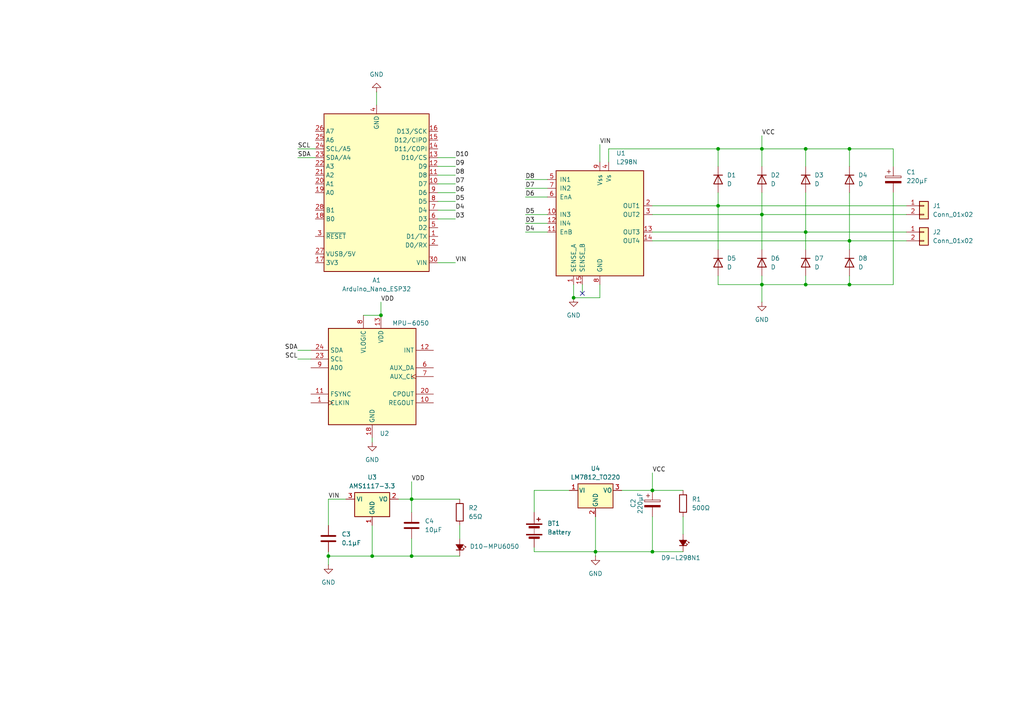
<source format=kicad_sch>
(kicad_sch (version 20231120) (generator "eeschema") (generator_version "8.0")
  (paper "A4")
  (lib_symbols
    (symbol "Connector_Generic:Conn_01x02" (pin_names (offset 1.016) hide)
      (property "Reference" "J" (at 0 2.54 0))
      (property "Value" "Conn_01x02" (at 0 -5.08 0))
      (symbol "Conn_01x02_1_1"
        (rectangle (start -1.27 -2.413) (end 0 -2.667) (stroke (width 0.1524)))
        (rectangle (start -1.27 0.127) (end 0 -0.127) (stroke (width 0.1524)))
        (rectangle (start -1.27 1.27) (end 1.27 -3.81) (stroke (width 0.254)) (fill (type background)))
        (pin passive line (at -5.08 0 0) (length 3.81) (name "Pin_1") (number "1"))
        (pin passive line (at -5.08 -2.54 0) (length 3.81) (name "Pin_2") (number "2"))
      )
    )
    (symbol "Device:Battery" (pin_numbers hide) (pin_names (offset 0) hide)
      (property "Reference" "BT" (at 2.54 2.54 0))
      (property "Value" "Battery" (at 2.54 0 0))
      (symbol "Battery_0_1"
        (rectangle (start -2.286 -1.27) (end 2.286 -1.524) (fill (type outline)))
        (rectangle (start -2.286 1.778) (end 2.286 1.524) (fill (type outline)))
        (rectangle (start -1.524 -2.032) (end 1.524 -2.54) (fill (type outline)))
        (rectangle (start -1.524 1.016) (end 1.524 0.508) (fill (type outline)))
        (polyline (pts (xy 0 -1.016) (xy 0 -0.762)))
        (polyline (pts (xy 0 -0.508) (xy 0 -0.254)))
        (polyline (pts (xy 0 0) (xy 0 0.254)))
        (polyline (pts (xy 0 1.778) (xy 0 2.54)))
        (polyline (pts (xy 0.762 3.048) (xy 1.778 3.048)) (stroke (width 0.254)))
        (polyline (pts (xy 1.27 3.556) (xy 1.27 2.54)) (stroke (width 0.254)))
      )
      (symbol "Battery_1_1"
        (pin passive line (at 0 5.08 270) (length 2.54) (name "+") (number "1"))
        (pin passive line (at 0 -5.08 90) (length 2.54) (name "-") (number "2"))
      )
    )
    (symbol "Device:C" (pin_numbers hide) (pin_names (offset 0.254))
      (property "Reference" "C" (at 0.635 2.54 0))
      (property "Value" "C" (at 0.635 -2.54 0))
      (symbol "C_0_1"
        (polyline (pts (xy -2.032 -0.762) (xy 2.032 -0.762)) (stroke (width 0.508)))
        (polyline (pts (xy -2.032 0.762) (xy 2.032 0.762)) (stroke (width 0.508)))
      )
      (symbol "C_1_1"
        (pin passive line (at 0 3.81 270) (length 2.794) (name "~") (number "1"))
        (pin passive line (at 0 -3.81 90) (length 2.794) (name "~") (number "2"))
      )
    )
    (symbol "Device:C_Polarized" (pin_numbers hide) (pin_names (offset 0.254))
      (property "Reference" "C" (at 0.635 2.54 0))
      (property "Value" "C_Polarized" (at 0.635 -2.54 0))
      (symbol "C_Polarized_0_1"
        (rectangle (start -2.286 0.508) (end 2.286 1.016))
        (polyline (pts (xy -1.778 2.286) (xy -0.762 2.286)))
        (polyline (pts (xy -1.27 2.794) (xy -1.27 1.778)))
        (rectangle (start 2.286 -0.508) (end -2.286 -1.016) (fill (type outline)))
      )
      (symbol "C_Polarized_1_1"
        (pin passive line (at 0 3.81 270) (length 2.794) (name "~") (number "1"))
        (pin passive line (at 0 -3.81 90) (length 2.794) (name "~") (number "2"))
      )
    )
    (symbol "Device:D" (pin_numbers hide) (pin_names (offset 1.016) hide)
      (property "Reference" "D" (at 0 2.54 0))
      (property "Value" "D" (at 0 -2.54 0))
      (symbol "D_0_1"
        (polyline (pts (xy -1.27 1.27) (xy -1.27 -1.27)) (stroke (width 0.254)))
        (polyline (pts (xy 1.27 0) (xy -1.27 0)))
        (polyline (pts (xy 1.27 1.27) (xy 1.27 -1.27) (xy -1.27 0) (xy 1.27 1.27)) (stroke (width 0.254)))
      )
      (symbol "D_1_1"
        (pin passive line (at -3.81 0 0) (length 2.54) (name "K") (number "1"))
        (pin passive line (at 3.81 0 180) (length 2.54) (name "A") (number "2"))
      )
    )
    (symbol "Device:LED_Small_Filled" (pin_numbers hide) (pin_names (offset 0.254) hide)
      (property "Reference" "D" (at -1.27 3.175 0))
      (property "Value" "LED_Small_Filled" (at -4.445 -2.54 0))
      (symbol "LED_Small_Filled_0_1"
        (polyline (pts (xy -0.762 -1.016) (xy -0.762 1.016)) (stroke (width 0.254)))
        (polyline (pts (xy 1.016 0) (xy -0.762 0)))
        (polyline (pts (xy 0.762 -1.016) (xy -0.762 0) (xy 0.762 1.016) (xy 0.762 -1.016)) (stroke (width 0.254)) (fill (type outline)))
        (polyline (pts (xy 0 0.762) (xy -0.508 1.27) (xy -0.254 1.27) (xy -0.508 1.27) (xy -0.508 1.016)))
        (polyline (pts (xy 0.508 1.27) (xy 0 1.778) (xy 0.254 1.778) (xy 0 1.778) (xy 0 1.524)))
      )
      (symbol "LED_Small_Filled_1_1"
        (pin passive line (at -2.54 0 0) (length 1.778) (name "K") (number "1"))
        (pin passive line (at 2.54 0 180) (length 1.778) (name "A") (number "2"))
      )
    )
    (symbol "Device:R" (pin_numbers hide) (pin_names (offset 0))
      (property "Reference" "R" (at 2.032 0 90))
      (property "Value" "R" (at 0 0 90))
      (symbol "R_0_1"
        (rectangle (start -1.016 -2.54) (end 1.016 2.54) (stroke (width 0.254)))
      )
      (symbol "R_1_1"
        (pin passive line (at 0 3.81 270) (length 1.27) (name "~") (number "1"))
        (pin passive line (at 0 -3.81 90) (length 1.27) (name "~") (number "2"))
      )
    )
    (symbol "Driver_Motor:L298N" (pin_names (offset 1.016))
      (property "Reference" "U" (at -10.16 16.51 0))
      (property "Value" "L298N" (at 12.7 16.51 0))
      (symbol "L298N_0_1"
        (rectangle (start -12.7 15.24) (end 12.7 -15.24) (stroke (width 0.254)) (fill (type background)))
      )
      (symbol "L298N_1_1"
        (pin power_in line (at -7.62 -17.78 90) (length 2.54) (name "SENSE_A") (number "1"))
        (pin input line (at -15.24 2.54 0) (length 2.54) (name "IN3") (number "10"))
        (pin input line (at -15.24 -2.54 0) (length 2.54) (name "EnB") (number "11"))
        (pin input line (at -15.24 0 0) (length 2.54) (name "IN4") (number "12"))
        (pin output line (at 15.24 -2.54 180) (length 2.54) (name "OUT3") (number "13"))
        (pin output line (at 15.24 -5.08 180) (length 2.54) (name "OUT4") (number "14"))
        (pin power_in line (at -5.08 -17.78 90) (length 2.54) (name "SENSE_B") (number "15"))
        (pin output line (at 15.24 5.08 180) (length 2.54) (name "OUT1") (number "2"))
        (pin output line (at 15.24 2.54 180) (length 2.54) (name "OUT2") (number "3"))
        (pin power_in line (at 2.54 17.78 270) (length 2.54) (name "Vs") (number "4"))
        (pin input line (at -15.24 12.7 0) (length 2.54) (name "IN1") (number "5"))
        (pin input line (at -15.24 7.62 0) (length 2.54) (name "EnA") (number "6"))
        (pin input line (at -15.24 10.16 0) (length 2.54) (name "IN2") (number "7"))
        (pin power_in line (at 0 -17.78 90) (length 2.54) (name "GND") (number "8"))
        (pin power_in line (at 0 17.78 270) (length 2.54) (name "Vss") (number "9"))
      )
    )
    (symbol "MCU_Module:Arduino_Nano_ESP32"
      (property "Reference" "A" (at -14.986 23.622 0))
      (property "Value" "Arduino_Nano_ESP32" (at 3.81 -25.654 0))
      (symbol "Arduino_Nano_ESP32_0_1"
        (rectangle (start -15.24 22.86) (end 15.24 -22.86) (stroke (width 0.254)) (fill (type background)))
      )
      (symbol "Arduino_Nano_ESP32_1_1"
        (pin bidirectional line (at -17.78 12.7 0) (length 2.54) (name "D1/TX") (number "1"))
        (pin bidirectional line (at -17.78 -2.54 0) (length 2.54) (name "D7") (number "10"))
        (pin bidirectional line (at -17.78 -5.08 0) (length 2.54) (name "D8") (number "11"))
        (pin bidirectional line (at -17.78 -7.62 0) (length 2.54) (name "D9") (number "12"))
        (pin bidirectional line (at -17.78 -10.16 0) (length 2.54) (name "D10/CS") (number "13"))
        (pin bidirectional line (at -17.78 -12.7 0) (length 2.54) (name "D11/COPI") (number "14"))
        (pin bidirectional line (at -17.78 -15.24 0) (length 2.54) (name "D12/CIPO") (number "15"))
        (pin bidirectional line (at -17.78 -17.78 0) (length 2.54) (name "D13/SCK") (number "16"))
        (pin power_out line (at 17.78 20.32 180) (length 2.54) (name "3V3") (number "17"))
        (pin bidirectional line (at 17.78 7.62 180) (length 2.54) (name "B0") (number "18"))
        (pin bidirectional line (at 17.78 0 180) (length 2.54) (name "A0") (number "19"))
        (pin bidirectional line (at -17.78 15.24 0) (length 2.54) (name "D0/RX") (number "2"))
        (pin bidirectional line (at 17.78 -2.54 180) (length 2.54) (name "A1") (number "20"))
        (pin bidirectional line (at 17.78 -5.08 180) (length 2.54) (name "A2") (number "21"))
        (pin bidirectional line (at 17.78 -7.62 180) (length 2.54) (name "A3") (number "22"))
        (pin bidirectional line (at 17.78 -10.16 180) (length 2.54) (name "SDA/A4") (number "23"))
        (pin bidirectional line (at 17.78 -12.7 180) (length 2.54) (name "SCL/A5") (number "24"))
        (pin bidirectional line (at 17.78 -15.24 180) (length 2.54) (name "A6") (number "25"))
        (pin bidirectional line (at 17.78 -17.78 180) (length 2.54) (name "A7") (number "26"))
        (pin power_out line (at 17.78 17.78 180) (length 2.54) (name "VUSB/5V") (number "27"))
        (pin bidirectional line (at 17.78 5.08 180) (length 2.54) (name "B1") (number "28"))
        (pin passive line (at 0 -25.4 90) (length 2.54) hide (name "GND") (number "29"))
        (pin input line (at 17.78 12.7 180) (length 2.54) (name "~{RESET}") (number "3"))
        (pin power_in line (at -17.78 20.32 0) (length 2.54) (name "VIN") (number "30"))
        (pin power_in line (at 0 -25.4 90) (length 2.54) (name "GND") (number "4"))
        (pin bidirectional line (at -17.78 10.16 0) (length 2.54) (name "D2") (number "5"))
        (pin bidirectional line (at -17.78 7.62 0) (length 2.54) (name "D3") (number "6"))
        (pin bidirectional line (at -17.78 5.08 0) (length 2.54) (name "D4") (number "7"))
        (pin bidirectional line (at -17.78 2.54 0) (length 2.54) (name "D5") (number "8"))
        (pin bidirectional line (at -17.78 0 0) (length 2.54) (name "D6") (number "9"))
      )
    )
    (symbol "Regulator_Linear:AMS1117-3.3"
      (property "Reference" "U" (at -3.81 3.175 0))
      (property "Value" "AMS1117-3.3" (at 0 3.175 0))
      (symbol "AMS1117-3.3_0_1"
        (rectangle (start -5.08 -5.08) (end 5.08 1.905) (stroke (width 0.254)) (fill (type background)))
      )
      (symbol "AMS1117-3.3_1_1"
        (pin power_in line (at 0 -7.62 90) (length 2.54) (name "GND") (number "1"))
        (pin power_out line (at 7.62 0 180) (length 2.54) (name "VO") (number "2"))
        (pin power_in line (at -7.62 0 0) (length 2.54) (name "VI") (number "3"))
      )
    )
    (symbol "Regulator_Linear:LM7812_TO220" (pin_names (offset 0.254))
      (property "Reference" "U" (at -3.81 3.175 0))
      (property "Value" "LM7812_TO220" (at 0 3.175 0))
      (symbol "LM7812_TO220_0_1"
        (rectangle (start -5.08 1.905) (end 5.08 -5.08) (stroke (width 0.254)) (fill (type background)))
      )
      (symbol "LM7812_TO220_1_1"
        (pin power_in line (at -7.62 0 0) (length 2.54) (name "VI") (number "1"))
        (pin power_in line (at 0 -7.62 90) (length 2.54) (name "GND") (number "2"))
        (pin power_out line (at 7.62 0 180) (length 2.54) (name "VO") (number "3"))
      )
    )
    (symbol "Sensor_Motion:MPU-6050"
      (property "Reference" "U" (at -11.43 13.97 0))
      (property "Value" "MPU-6050" (at 7.62 -15.24 0))
      (symbol "MPU-6050_0_0"
        (text "" (at 12.7 -2.54 0) (effects (font (size 1.27 1.27))))
      )
      (symbol "MPU-6050_0_1"
        (rectangle (start -12.7 13.97) (end 12.7 -13.97) (stroke (width 0.254)) (fill (type background)))
      )
      (symbol "MPU-6050_1_1"
        (pin input clock (at -17.78 -7.62 0) (length 5.08) (name "CLKIN") (number "1"))
        (pin passive line (at 17.78 -7.62 180) (length 5.08) (name "REGOUT") (number "10"))
        (pin input line (at -17.78 -5.08 0) (length 5.08) (name "FSYNC") (number "11"))
        (pin output line (at 17.78 7.62 180) (length 5.08) (name "INT") (number "12"))
        (pin power_in line (at 2.54 17.78 270) (length 3.81) (name "VDD") (number "13"))
        (pin no_connect line (at -12.7 -10.16 0) (length 2.54) hide (name "NC") (number "14"))
        (pin no_connect line (at 12.7 12.7 180) (length 2.54) hide (name "NC") (number "15"))
        (pin no_connect line (at 12.7 10.16 180) (length 2.54) hide (name "NC") (number "16"))
        (pin no_connect line (at 12.7 5.08 180) (length 2.54) hide (name "NC") (number "17"))
        (pin power_in line (at 0 -17.78 90) (length 3.81) (name "GND") (number "18"))
        (pin no_connect line (at 12.7 -10.16 180) (length 2.54) hide (name "RESV") (number "19"))
        (pin no_connect line (at -12.7 12.7 0) (length 2.54) hide (name "NC") (number "2"))
        (pin passive line (at 17.78 -5.08 180) (length 5.08) (name "CPOUT") (number "20"))
        (pin no_connect line (at 12.7 -2.54 180) (length 2.54) hide (name "RESV") (number "21"))
        (pin no_connect line (at 12.7 -12.7 180) (length 2.54) hide (name "RESV") (number "22"))
        (pin input line (at -17.78 5.08 0) (length 5.08) (name "SCL") (number "23"))
        (pin bidirectional line (at -17.78 7.62 0) (length 5.08) (name "SDA") (number "24"))
        (pin no_connect line (at -12.7 10.16 0) (length 2.54) hide (name "NC") (number "3"))
        (pin no_connect line (at -12.7 0 0) (length 2.54) hide (name "NC") (number "4"))
        (pin no_connect line (at -12.7 -2.54 0) (length 2.54) hide (name "NC") (number "5"))
        (pin bidirectional line (at 17.78 2.54 180) (length 5.08) (name "AUX_DA") (number "6"))
        (pin output clock (at 17.78 0 180) (length 5.08) (name "AUX_CL") (number "7"))
        (pin power_in line (at -2.54 17.78 270) (length 3.81) (name "VLOGIC") (number "8"))
        (pin input line (at -17.78 2.54 0) (length 5.08) (name "AD0") (number "9"))
      )
    )
    (symbol "power:GND" (power) (pin_numbers hide) (pin_names (offset 0) hide)
      (property "Value" "GND" (at 0 -3.81 0))
      (symbol "GND_0_1"
        (polyline (pts (xy 0 0) (xy 0 -1.27) (xy 1.27 -1.27) (xy 0 -2.54) (xy -1.27 -1.27) (xy 0 -1.27)))
      )
      (symbol "GND_1_1"
        (pin power_in line (at 0 0 270) (length 0) (name "~") (number "1"))
      )
    )
  )
  (junction (at 189.23 160.02))
  (junction (at 208.28 59.69))
  (junction (at 95.25 161.29))
  (junction (at 246.38 82.55))
  (junction (at 233.68 43.18))
  (junction (at 172.72 160.02))
  (junction (at 220.98 82.55))
  (junction (at 220.98 62.23))
  (junction (at 208.28 43.18))
  (junction (at 233.68 67.31))
  (junction (at 233.68 82.55))
  (junction (at 107.95 161.29))
  (junction (at 119.38 144.78))
  (junction (at 119.38 161.29))
  (junction (at 189.23 142.24))
  (junction (at 110.49 91.44))
  (junction (at 220.98 43.18))
  (junction (at 166.37 86.36))
  (junction (at 246.38 69.85))
  (junction (at 246.38 43.18))
  (no_connect (at 168.91 85.09))
  (wire (pts (xy 154.94 142.24) (xy 165.1 142.24)))
  (wire (pts (xy 119.38 156.21) (xy 119.38 161.29)))
  (wire (pts (xy 246.38 69.85) (xy 246.38 72.39)))
  (wire (pts (xy 208.28 55.88) (xy 208.28 59.69)))
  (wire (pts (xy 233.68 82.55) (xy 220.98 82.55)))
  (wire (pts (xy 152.4 52.07) (xy 158.75 52.07)))
  (wire (pts (xy 127 58.42) (xy 132.08 58.42)))
  (wire (pts (xy 95.25 161.29) (xy 95.25 163.83)))
  (wire (pts (xy 208.28 59.69) (xy 262.89 59.69)))
  (wire (pts (xy 198.12 149.86) (xy 198.12 154.94)))
  (wire (pts (xy 127 48.26) (xy 132.08 48.26)))
  (wire (pts (xy 208.28 82.55) (xy 208.28 80.01)))
  (wire (pts (xy 172.72 160.02) (xy 172.72 161.29)))
  (wire (pts (xy 119.38 161.29) (xy 107.95 161.29)))
  (wire (pts (xy 109.22 26.67) (xy 109.22 30.48)))
  (wire (pts (xy 259.08 43.18) (xy 259.08 48.26)))
  (wire (pts (xy 220.98 80.01) (xy 220.98 82.55)))
  (wire (pts (xy 166.37 82.55) (xy 166.37 86.36)))
  (wire (pts (xy 189.23 149.86) (xy 189.23 160.02)))
  (wire (pts (xy 152.4 62.23) (xy 158.75 62.23)))
  (wire (pts (xy 246.38 80.01) (xy 246.38 82.55)))
  (wire (pts (xy 173.99 86.36) (xy 166.37 86.36)))
  (wire (pts (xy 95.25 160.02) (xy 95.25 161.29)))
  (wire (pts (xy 127 60.96) (xy 132.08 60.96)))
  (wire (pts (xy 259.08 55.88) (xy 259.08 82.55)))
  (wire (pts (xy 86.36 104.14) (xy 90.17 104.14)))
  (wire (pts (xy 220.98 43.18) (xy 233.68 43.18)))
  (wire (pts (xy 172.72 160.02) (xy 189.23 160.02)))
  (wire (pts (xy 119.38 144.78) (xy 119.38 148.59)))
  (wire (pts (xy 107.95 152.4) (xy 107.95 161.29)))
  (wire (pts (xy 152.4 64.77) (xy 158.75 64.77)))
  (wire (pts (xy 220.98 82.55) (xy 220.98 87.63)))
  (wire (pts (xy 246.38 43.18) (xy 259.08 43.18)))
  (wire (pts (xy 189.23 160.02) (xy 198.12 160.02)))
  (wire (pts (xy 127 76.2) (xy 132.08 76.2)))
  (wire (pts (xy 220.98 39.37) (xy 220.98 43.18)))
  (wire (pts (xy 189.23 69.85) (xy 246.38 69.85)))
  (wire (pts (xy 133.35 152.4) (xy 133.35 156.21)))
  (wire (pts (xy 173.99 82.55) (xy 173.99 86.36)))
  (wire (pts (xy 233.68 80.01) (xy 233.68 82.55)))
  (wire (pts (xy 107.95 127) (xy 107.95 128.27)))
  (wire (pts (xy 119.38 161.29) (xy 133.35 161.29)))
  (wire (pts (xy 259.08 82.55) (xy 246.38 82.55)))
  (wire (pts (xy 208.28 43.18) (xy 208.28 48.26)))
  (wire (pts (xy 127 53.34) (xy 132.08 53.34)))
  (wire (pts (xy 220.98 55.88) (xy 220.98 62.23)))
  (wire (pts (xy 154.94 160.02) (xy 172.72 160.02)))
  (wire (pts (xy 119.38 139.7) (xy 119.38 144.78)))
  (wire (pts (xy 233.68 43.18) (xy 233.68 48.26)))
  (wire (pts (xy 127 50.8) (xy 132.08 50.8)))
  (wire (pts (xy 189.23 62.23) (xy 220.98 62.23)))
  (wire (pts (xy 154.94 148.59) (xy 154.94 142.24)))
  (wire (pts (xy 152.4 54.61) (xy 158.75 54.61)))
  (wire (pts (xy 208.28 59.69) (xy 208.28 72.39)))
  (wire (pts (xy 168.91 82.55) (xy 168.91 85.09)))
  (wire (pts (xy 176.53 46.99) (xy 176.53 43.18)))
  (wire (pts (xy 127 55.88) (xy 132.08 55.88)))
  (wire (pts (xy 233.68 67.31) (xy 262.89 67.31)))
  (wire (pts (xy 189.23 67.31) (xy 233.68 67.31)))
  (wire (pts (xy 86.36 43.18) (xy 91.44 43.18)))
  (wire (pts (xy 189.23 59.69) (xy 208.28 59.69)))
  (wire (pts (xy 127 45.72) (xy 132.08 45.72)))
  (wire (pts (xy 127 63.5) (xy 132.08 63.5)))
  (wire (pts (xy 220.98 48.26) (xy 220.98 43.18)))
  (wire (pts (xy 208.28 43.18) (xy 220.98 43.18)))
  (wire (pts (xy 105.41 91.44) (xy 110.49 91.44)))
  (wire (pts (xy 246.38 69.85) (xy 262.89 69.85)))
  (wire (pts (xy 119.38 144.78) (xy 133.35 144.78)))
  (wire (pts (xy 110.49 87.63) (xy 110.49 91.44)))
  (wire (pts (xy 220.98 62.23) (xy 220.98 72.39)))
  (wire (pts (xy 189.23 137.16) (xy 189.23 142.24)))
  (wire (pts (xy 176.53 43.18) (xy 208.28 43.18)))
  (wire (pts (xy 180.34 142.24) (xy 189.23 142.24)))
  (wire (pts (xy 246.38 82.55) (xy 233.68 82.55)))
  (wire (pts (xy 220.98 82.55) (xy 208.28 82.55)))
  (wire (pts (xy 152.4 67.31) (xy 158.75 67.31)))
  (wire (pts (xy 95.25 144.78) (xy 95.25 152.4)))
  (wire (pts (xy 86.36 101.6) (xy 90.17 101.6)))
  (wire (pts (xy 95.25 144.78) (xy 100.33 144.78)))
  (wire (pts (xy 172.72 149.86) (xy 172.72 160.02)))
  (wire (pts (xy 246.38 55.88) (xy 246.38 69.85)))
  (wire (pts (xy 233.68 67.31) (xy 233.68 72.39)))
  (wire (pts (xy 233.68 55.88) (xy 233.68 67.31)))
  (wire (pts (xy 220.98 62.23) (xy 262.89 62.23)))
  (wire (pts (xy 115.57 144.78) (xy 119.38 144.78)))
  (wire (pts (xy 86.36 45.72) (xy 91.44 45.72)))
  (wire (pts (xy 189.23 142.24) (xy 198.12 142.24)))
  (wire (pts (xy 152.4 57.15) (xy 158.75 57.15)))
  (wire (pts (xy 107.95 161.29) (xy 95.25 161.29)))
  (wire (pts (xy 154.94 158.75) (xy 154.94 160.02)))
  (wire (pts (xy 233.68 43.18) (xy 246.38 43.18)))
  (wire (pts (xy 173.99 41.91) (xy 173.99 46.99)))
  (wire (pts (xy 246.38 43.18) (xy 246.38 48.26)))
  (label "VIN" (at 95.25 144.78 0))
  (label "SDA" (at 86.36 45.72 0))
  (label "SCL" (at 86.36 104.14 180))
  (label "VCC" (at 220.98 39.37 0))
  (label "VDD" (at 119.38 139.7 0))
  (label "D5" (at 132.08 58.42 0))
  (label "D9" (at 132.08 48.26 0))
  (label "D4" (at 152.4 67.31 0))
  (label "SCL" (at 86.36 43.18 0))
  (label "VIN" (at 173.99 41.91 0))
  (label "D7" (at 132.08 53.34 0))
  (label "D10" (at 132.08 45.72 0))
  (label "D7" (at 152.4 54.61 0))
  (label "D8" (at 132.08 50.8 0))
  (label "D8" (at 152.4 52.07 0))
  (label "VDD" (at 110.49 87.63 0))
  (label "VCC" (at 189.23 137.16 0))
  (label "SDA" (at 86.36 101.6 180))
  (label "D3" (at 132.08 63.5 0))
  (label "D4" (at 132.08 60.96 0))
  (label "VIN" (at 132.08 76.2 0))
  (label "D5" (at 152.4 62.23 0))
  (label "D3" (at 152.4 64.77 0))
  (label "D6" (at 152.4 57.15 0))
  (label "D6" (at 132.08 55.88 0))
  (symbol (lib_id "Device:R") (at 133.35 148.59 0) (unit 1)
    (property "Reference" "R2" (at 135.89 147.3199 0) (effects (justify left)))
    (property "Value" "65Ω" (at 135.89 149.8599 0) (effects (justify left)))
    (property "Footprint" "Resistor_THT:R_Axial_DIN0204_L3.6mm_D1.6mm_P5.08mm_Horizontal" (effects (hide yes)))
    (property "Description" "Resistor" (effects (hide yes)))
  )
  (symbol (lib_id "Device:LED_Small_Filled") (at 133.35 158.75 270) (mirror x) (unit 1)
    (property "Reference" "D10-MPU6050" (at 150.622 158.496 90) (effects (justify right)))
    (property "Value" "LED_Small_Filled" (effects (hide yes)))
    (property "Footprint" "LED_THT:LED_D3.0mm" (effects (hide yes)))
    (property "Description" "Light emitting diode, small symbol, filled shape" (effects (hide yes)))
  )
  (symbol (lib_id "Device:R") (at 198.12 146.05 0) (unit 1)
    (property "Reference" "R1" (at 200.66 144.7799 0) (effects (justify left)))
    (property "Value" "500Ω" (at 200.66 147.3199 0) (effects (justify left)))
    (property "Footprint" "Resistor_THT:R_Axial_DIN0204_L3.6mm_D1.6mm_P7.62mm_Horizontal" (effects (hide yes)))
    (property "Description" "Resistor" (effects (hide yes)))
  )
  (symbol (lib_id "Device:LED_Small_Filled") (at 198.12 157.48 270) (mirror x) (unit 1)
    (property "Reference" "D9-L298N1" (at 203.2 161.798 90) (effects (justify right)))
    (property "Value" "LED_Small_Filled" (effects (hide yes)))
    (property "Footprint" "LED_THT:LED_D3.0mm" (effects (hide yes)))
    (property "Description" "Light emitting diode, small symbol, filled shape" (effects (hide yes)))
  )
  (symbol (lib_id "Device:D") (at 220.98 76.2 270) (unit 1)
    (property "Reference" "D6" (at 223.52 74.9299 90) (effects (justify left)))
    (property "Value" "D" (at 223.52 77.4699 90) (effects (justify left)))
    (property "Footprint" "Diode_THT:D_A-405_P2.54mm_Vertical_AnodeUp" (effects (hide yes)))
    (property "Description" "Diode" (effects (hide yes)))
    (property "Sim.Device" "D" (effects (hide yes)))
    (property "Sim.Pins" "1=K 2=A" (effects (hide yes)))
  )
  (symbol (lib_id "Device:D") (at 208.28 76.2 270) (unit 1)
    (property "Reference" "D5" (at 210.82 74.9299 90) (effects (justify left)))
    (property "Value" "D" (at 210.82 77.4699 90) (effects (justify left)))
    (property "Footprint" "Diode_THT:D_A-405_P2.54mm_Vertical_AnodeUp" (effects (hide yes)))
    (property "Description" "Diode" (effects (hide yes)))
    (property "Sim.Device" "D" (effects (hide yes)))
    (property "Sim.Pins" "1=K 2=A" (effects (hide yes)))
  )
  (symbol (lib_id "MCU_Module:Arduino_Nano_ESP32") (at 109.22 55.88 180) (unit 1)
    (property "Reference" "A1" (at 109.22 81.28 0))
    (property "Value" "Arduino_Nano_ESP32" (at 109.22 83.82 0))
    (property "Footprint" "Module:Arduino_Nano" (effects (hide yes)))
    (property "Datasheet" "https://docs.arduino.cc/resources/datasheets/ABX00083-datasheet.pdf" (effects (hide yes)))
    (property "Description" "Arduino Nano board based on the ESP32-S3 with a dual-core 240 MHz processor, 384 kB ROM, 512 kB SRAM. Operates at 3.3V, with 5V USB-C® input and 6-21V VIN. Features Wi-Fi®, Bluetooth® LE, digital and analog pins, and supports SPI, I2C, UART, I2S, and CAN." (effects (hide yes)))
  )
  (symbol (lib_id "power:GND") (at 172.72 161.29 0) (unit 1)
    (property "Reference" "#PWR04" (effects (hide yes)))
    (property "Value" "GND" (at 172.72 166.37 0))
    (property "Description" "Power symbol creates a global label with name \"GND\" , ground" (effects (hide yes)))
  )
  (symbol (lib_id "Device:Battery") (at 154.94 153.67 0) (unit 1)
    (property "Reference" "BT1" (at 158.75 151.8284 0) (effects (justify left)))
    (property "Value" "Battery" (at 158.75 154.3684 0) (effects (justify left)))
    (property "Footprint" "Battery:BatteryHolder_Bulgin_BX0036_1xC" (effects (hide yes)))
    (property "Description" "Multiple-cell battery" (effects (hide yes)))
  )
  (symbol (lib_id "Device:D") (at 220.98 52.07 270) (unit 1)
    (property "Reference" "D2" (at 223.52 50.7999 90) (effects (justify left)))
    (property "Value" "D" (at 223.52 53.3399 90) (effects (justify left)))
    (property "Footprint" "Diode_THT:D_A-405_P2.54mm_Vertical_AnodeUp" (effects (hide yes)))
    (property "Description" "Diode" (effects (hide yes)))
    (property "Sim.Device" "D" (effects (hide yes)))
    (property "Sim.Pins" "1=K 2=A" (effects (hide yes)))
  )
  (symbol (lib_id "Device:D") (at 246.38 76.2 270) (unit 1)
    (property "Reference" "D8" (at 248.92 74.9299 90) (effects (justify left)))
    (property "Value" "D" (at 248.92 77.4699 90) (effects (justify left)))
    (property "Footprint" "Diode_THT:D_A-405_P2.54mm_Vertical_AnodeUp" (effects (hide yes)))
    (property "Description" "Diode" (effects (hide yes)))
    (property "Sim.Device" "D" (effects (hide yes)))
    (property "Sim.Pins" "1=K 2=A" (effects (hide yes)))
  )
  (symbol (lib_id "power:GND") (at 107.95 128.27 0) (unit 1)
    (property "Reference" "#PWR05" (effects (hide yes)))
    (property "Value" "GND" (at 107.95 133.35 0))
    (property "Description" "Power symbol creates a global label with name \"GND\" , ground" (effects (hide yes)))
  )
  (symbol (lib_id "Device:D") (at 233.68 52.07 270) (unit 1)
    (property "Reference" "D3" (at 236.22 50.7999 90) (effects (justify left)))
    (property "Value" "D" (at 236.22 53.3399 90) (effects (justify left)))
    (property "Footprint" "Diode_THT:D_A-405_P2.54mm_Vertical_AnodeUp" (effects (hide yes)))
    (property "Description" "Diode" (effects (hide yes)))
    (property "Sim.Device" "D" (effects (hide yes)))
    (property "Sim.Pins" "1=K 2=A" (effects (hide yes)))
  )
  (symbol (lib_id "Regulator_Linear:AMS1117-3.3") (at 107.95 144.78 0) (unit 1)
    (property "Reference" "U3" (at 107.95 138.43 0))
    (property "Value" "AMS1117-3.3" (at 107.95 140.97 0))
    (property "Footprint" "Package_TO_SOT_SMD:SOT-223-3_TabPin2" (effects (hide yes)))
    (property "Datasheet" "http://www.advanced-monolithic.com/pdf/ds1117.pdf" (effects (hide yes)))
    (property "Description" "1A Low Dropout regulator, positive, 3.3V fixed output, SOT-223" (effects (hide yes)))
  )
  (symbol (lib_id "Device:C_Polarized") (at 259.08 52.07 0) (unit 1)
    (property "Reference" "C1" (at 262.89 49.9109 0) (effects (justify left)))
    (property "Value" "220µF" (at 262.89 52.4509 0) (effects (justify left)))
    (property "Footprint" "Capacitor_THT:CP_Radial_D8.0mm_P2.50mm" (effects (hide yes)))
    (property "Description" "Polarized capacitor" (effects (hide yes)))
  )
  (symbol (lib_id "Device:C") (at 119.38 152.4 0) (unit 1)
    (property "Reference" "C4" (at 123.19 151.1299 0) (effects (justify left)))
    (property "Value" "10µF" (at 123.19 153.6699 0) (effects (justify left)))
    (property "Footprint" "Capacitor_THT:CP_Radial_D4.0mm_P1.50mm" (effects (hide yes)))
    (property "Description" "Unpolarized capacitor" (effects (hide yes)))
  )
  (symbol (lib_id "Connector_Generic:Conn_01x02") (at 267.97 59.69 0) (unit 1)
    (property "Reference" "J1" (at 270.51 59.6899 0) (effects (justify left)))
    (property "Value" "Conn_01x02" (at 270.51 62.2299 0) (effects (justify left)))
    (property "Footprint" "TerminalBlock_Phoenix:TerminalBlock_Phoenix_MKDS-1,5-2-5.08_1x02_P5.08mm_Horizontal" (effects (hide yes)))
    (property "Description" "Generic connector, single row, 01x02, script generated (kicad-library-utils/schlib/autogen/connector/)" (effects (hide yes)))
  )
  (symbol (lib_id "Sensor_Motion:MPU-6050") (at 107.95 109.22 0) (unit 1)
    (property "Reference" "U2" (at 110.1441 125.73 0) (effects (justify left)))
    (property "Value" "MPU-6050" (at 113.792 93.726 0) (effects (justify left)))
    (property "Footprint" "Sensor_Motion:InvenSense_QFN-24_4x4mm_P0.5mm" (effects (hide yes)))
    (property "Datasheet" "https://invensense.tdk.com/wp-content/uploads/2015/02/MPU-6000-Datasheet1.pdf" (effects (hide yes)))
    (property "Description" "InvenSense 6-Axis Motion Sensor, Gyroscope, Accelerometer, I2C" (effects (hide yes)))
  )
  (symbol (lib_id "Regulator_Linear:LM7812_TO220") (at 172.72 142.24 0) (unit 1)
    (property "Reference" "U4" (at 172.72 135.89 0))
    (property "Value" "LM7812_TO220" (at 172.72 138.43 0))
    (property "Footprint" "Package_TO_SOT_THT:TO-220-3_Vertical" (effects (hide yes)))
    (property "Datasheet" "https://www.onsemi.cn/PowerSolutions/document/MC7800-D.PDF" (effects (hide yes)))
    (property "Description" "Positive 1A 35V Linear Regulator, Fixed Output 12V, TO-220" (effects (hide yes)))
  )
  (symbol (lib_id "Driver_Motor:L298N") (at 173.99 64.77 0) (unit 1)
    (property "Reference" "U1" (at 178.7241 44.45 0) (effects (justify left)))
    (property "Value" "L298N" (at 178.7241 46.99 0) (effects (justify left)))
    (property "Footprint" "footprints:Multiwatt15_V_STM" (effects (hide yes)))
    (property "Datasheet" "http://www.st.com/st-web-ui/static/active/en/resource/technical/document/datasheet/CD00000240.pdf" (effects (hide yes)))
    (property "Description" "Dual full bridge motor driver, up to 46V, 4A, Multiwatt15-V" (effects (hide yes)))
  )
  (symbol (lib_id "power:GND") (at 220.98 87.63 0) (unit 1)
    (property "Reference" "#PWR03" (effects (hide yes)))
    (property "Value" "GND" (at 220.98 92.71 0))
    (property "Description" "Power symbol creates a global label with name \"GND\" , ground" (effects (hide yes)))
  )
  (symbol (lib_id "power:GND") (at 166.37 86.36 0) (unit 1)
    (property "Reference" "#PWR02" (effects (hide yes)))
    (property "Value" "GND" (at 166.37 91.44 0))
    (property "Description" "Power symbol creates a global label with name \"GND\" , ground" (effects (hide yes)))
  )
  (symbol (lib_id "Device:D") (at 233.68 76.2 270) (unit 1)
    (property "Reference" "D7" (at 236.22 74.9299 90) (effects (justify left)))
    (property "Value" "D" (at 236.22 77.4699 90) (effects (justify left)))
    (property "Footprint" "Diode_THT:D_A-405_P2.54mm_Vertical_AnodeUp" (effects (hide yes)))
    (property "Description" "Diode" (effects (hide yes)))
    (property "Sim.Device" "D" (effects (hide yes)))
    (property "Sim.Pins" "1=K 2=A" (effects (hide yes)))
  )
  (symbol (lib_id "Device:D") (at 208.28 52.07 270) (unit 1)
    (property "Reference" "D1" (at 210.82 50.7999 90) (effects (justify left)))
    (property "Value" "D" (at 210.82 53.3399 90) (effects (justify left)))
    (property "Footprint" "Diode_THT:D_A-405_P2.54mm_Vertical_AnodeUp" (effects (hide yes)))
    (property "Description" "Diode" (effects (hide yes)))
    (property "Sim.Device" "D" (effects (hide yes)))
    (property "Sim.Pins" "1=K 2=A" (effects (hide yes)))
  )
  (symbol (lib_id "Device:D") (at 246.38 52.07 270) (unit 1)
    (property "Reference" "D4" (at 248.92 50.7999 90) (effects (justify left)))
    (property "Value" "D" (at 248.92 53.3399 90) (effects (justify left)))
    (property "Footprint" "Diode_THT:D_A-405_P2.54mm_Vertical_AnodeUp" (effects (hide yes)))
    (property "Description" "Diode" (effects (hide yes)))
    (property "Sim.Device" "D" (effects (hide yes)))
    (property "Sim.Pins" "1=K 2=A" (effects (hide yes)))
  )
  (symbol (lib_id "Device:C") (at 95.25 156.21 0) (unit 1)
    (property "Reference" "C3" (at 99.06 154.9399 0) (effects (justify left)))
    (property "Value" "0.1µF" (at 99.06 157.4799 0) (effects (justify left)))
    (property "Footprint" "Capacitor_THT:C_Axial_L3.8mm_D2.6mm_P7.50mm_Horizontal" (effects (hide yes)))
    (property "Description" "Unpolarized capacitor" (effects (hide yes)))
  )
  (symbol (lib_id "Connector_Generic:Conn_01x02") (at 267.97 67.31 0) (unit 1)
    (property "Reference" "J2" (at 270.51 67.3099 0) (effects (justify left)))
    (property "Value" "Conn_01x02" (at 270.51 69.8499 0) (effects (justify left)))
    (property "Footprint" "TerminalBlock_Phoenix:TerminalBlock_Phoenix_MKDS-1,5-2-5.08_1x02_P5.08mm_Horizontal" (effects (hide yes)))
    (property "Description" "Generic connector, single row, 01x02, script generated (kicad-library-utils/schlib/autogen/connector/)" (effects (hide yes)))
  )
  (symbol (lib_id "power:GND") (at 109.22 26.67 180) (unit 1)
    (property "Reference" "#PWR08" (effects (hide yes)))
    (property "Value" "GND" (at 109.22 21.59 0))
    (property "Description" "Power symbol creates a global label with name \"GND\" , ground" (effects (hide yes)))
  )
  (symbol (lib_id "power:GND") (at 95.25 163.83 0) (unit 1)
    (property "Reference" "#PWR01" (effects (hide yes)))
    (property "Value" "GND" (at 95.25 168.91 0))
    (property "Description" "Power symbol creates a global label with name \"GND\" , ground" (effects (hide yes)))
  )
  (symbol (lib_id "Device:C_Polarized") (at 189.23 146.05 0) (unit 1)
    (property "Reference" "C2" (at 183.642 147.32 90) (effects (justify left)))
    (property "Value" "220µF" (at 185.674 149.098 90) (effects (justify left)))
    (property "Footprint" "Capacitor_THT:CP_Radial_D8.0mm_P2.50mm" (effects (hide yes)))
    (property "Description" "Polarized capacitor" (effects (hide yes)))
  )
)
</source>
